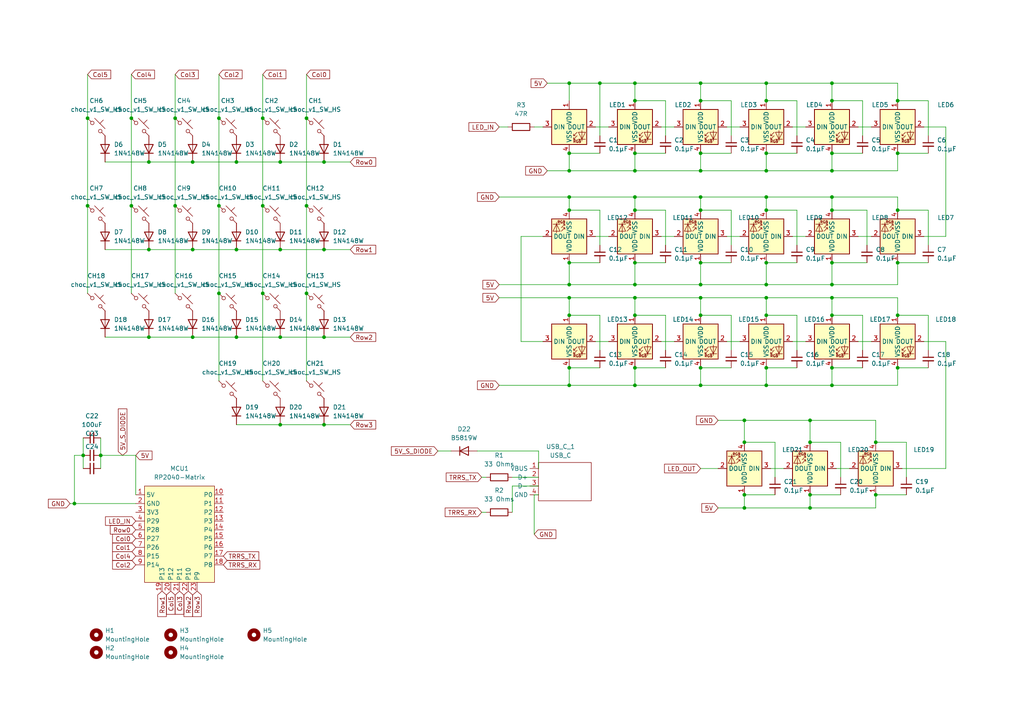
<source format=kicad_sch>
(kicad_sch (version 20250114) (generator "eeschema") (generator_version "9.0")
  (paper "A4")
  (junction (at 88.9 85.09))
  (junction (at 81.28 97.79))
  (junction (at 43.18 97.79))
  (junction (at 184.15 24.13))
  (junction (at 165.1 111.76))
  (junction (at 215.9 121.92))
  (junction (at 173.99 24.13))
  (junction (at 43.18 72.39))
  (junction (at 222.25 106.68))
  (junction (at 43.18 46.99))
  (junction (at 241.3 24.13))
  (junction (at 234.95 147.32))
  (junction (at 184.15 76.2))
  (junction (at 165.1 86.36))
  (junction (at 38.1 59.69))
  (junction (at 241.3 82.55))
  (junction (at 24.13 132.08))
  (junction (at 222.25 76.2))
  (junction (at 260.35 44.45))
  (junction (at 260.35 29.21))
  (junction (at 93.98 97.79))
  (junction (at 222.25 29.21))
  (junction (at 222.25 57.15))
  (junction (at 63.5 59.69))
  (junction (at 165.1 82.55))
  (junction (at 260.35 60.96))
  (junction (at 68.58 72.39))
  (junction (at 203.2 49.53))
  (junction (at 215.9 143.51))
  (junction (at 21.59 146.05))
  (junction (at 165.1 57.15))
  (junction (at 88.9 34.29))
  (junction (at 203.2 106.68))
  (junction (at 203.2 91.44))
  (junction (at 184.15 82.55))
  (junction (at 81.28 46.99))
  (junction (at 222.25 44.45))
  (junction (at 260.35 76.2))
  (junction (at 25.4 34.29))
  (junction (at 165.1 91.44))
  (junction (at 222.25 24.13))
  (junction (at 234.95 143.51))
  (junction (at 68.58 97.79))
  (junction (at 76.2 34.29))
  (junction (at 184.15 111.76))
  (junction (at 222.25 111.76))
  (junction (at 55.88 97.79))
  (junction (at 165.1 44.45))
  (junction (at 241.3 44.45))
  (junction (at 203.2 29.21))
  (junction (at 55.88 46.99))
  (junction (at 203.2 24.13))
  (junction (at 241.3 111.76))
  (junction (at 234.95 128.27))
  (junction (at 241.3 86.36))
  (junction (at 203.2 86.36))
  (junction (at 203.2 60.96))
  (junction (at 93.98 123.19))
  (junction (at 222.25 82.55))
  (junction (at 184.15 86.36))
  (junction (at 81.28 123.19))
  (junction (at 88.9 59.69))
  (junction (at 241.3 29.21))
  (junction (at 68.58 46.99))
  (junction (at 29.21 132.08))
  (junction (at 184.15 60.96))
  (junction (at 203.2 57.15))
  (junction (at 93.98 72.39))
  (junction (at 184.15 106.68))
  (junction (at 222.25 86.36))
  (junction (at 38.1 34.29))
  (junction (at 215.9 147.32))
  (junction (at 260.35 106.68))
  (junction (at 76.2 85.09))
  (junction (at 63.5 85.09))
  (junction (at 215.9 128.27))
  (junction (at 81.28 72.39))
  (junction (at 254 128.27))
  (junction (at 203.2 82.55))
  (junction (at 63.5 34.29))
  (junction (at 241.3 60.96))
  (junction (at 254 143.51))
  (junction (at 234.95 121.92))
  (junction (at 165.1 24.13))
  (junction (at 222.25 60.96))
  (junction (at 241.3 49.53))
  (junction (at 222.25 49.53))
  (junction (at 203.2 44.45))
  (junction (at 25.4 59.69))
  (junction (at 184.15 29.21))
  (junction (at 55.88 72.39))
  (junction (at 165.1 60.96))
  (junction (at 165.1 106.68))
  (junction (at 50.8 34.29))
  (junction (at 241.3 106.68))
  (junction (at 184.15 57.15))
  (junction (at 184.15 49.53))
  (junction (at 203.2 76.2))
  (junction (at 184.15 91.44))
  (junction (at 76.2 59.69))
  (junction (at 184.15 44.45))
  (junction (at 165.1 76.2))
  (junction (at 222.25 91.44))
  (junction (at 260.35 91.44))
  (junction (at 203.2 111.76))
  (junction (at 241.3 57.15))
  (junction (at 241.3 76.2))
  (junction (at 50.8 59.69))
  (junction (at 241.3 91.44))
  (junction (at 165.1 49.53))
  (junction (at 93.98 46.99))
  (wire (pts (xy 93.98 97.79) (xy 101.6 97.79)))
  (wire (pts (xy 173.99 91.44) (xy 173.99 101.6)))
  (wire (pts (xy 38.1 59.69) (xy 38.1 85.09)))
  (wire (pts (xy 267.97 99.06) (xy 274.32 99.06)))
  (wire (pts (xy 191.77 68.58) (xy 195.58 68.58)))
  (wire (pts (xy 203.2 82.55) (xy 222.25 82.55)))
  (wire (pts (xy 254 121.92) (xy 254 128.27)))
  (wire (pts (xy 165.1 24.13) (xy 165.1 29.21)))
  (wire (pts (xy 165.1 24.13) (xy 173.99 24.13)))
  (wire (pts (xy 203.2 44.45) (xy 203.2 49.53)))
  (wire (pts (xy 165.1 82.55) (xy 184.15 82.55)))
  (wire (pts (xy 231.14 60.96) (xy 231.14 71.12)))
  (wire (pts (xy 172.72 36.83) (xy 176.53 36.83)))
  (wire (pts (xy 241.3 44.45) (xy 250.19 44.45)))
  (wire (pts (xy 38.1 34.29) (xy 38.1 59.69)))
  (wire (pts (xy 68.58 97.79) (xy 81.28 97.79)))
  (wire (pts (xy 248.92 36.83) (xy 252.73 36.83)))
  (wire (pts (xy 254 147.32) (xy 254 143.51)))
  (wire (pts (xy 184.15 44.45) (xy 193.04 44.45)))
  (wire (pts (xy 158.75 24.13) (xy 165.1 24.13)))
  (wire (pts (xy 242.57 135.89) (xy 246.38 135.89)))
  (wire (pts (xy 76.2 21.59) (xy 76.2 34.29)))
  (wire (pts (xy 222.25 91.44) (xy 231.14 91.44)))
  (wire (pts (xy 20.32 146.05) (xy 21.59 146.05)))
  (wire (pts (xy 222.25 24.13) (xy 241.3 24.13)))
  (wire (pts (xy 224.79 128.27) (xy 224.79 138.43)))
  (wire (pts (xy 241.3 44.45) (xy 241.3 49.53)))
  (wire (pts (xy 184.15 106.68) (xy 193.04 106.68)))
  (wire (pts (xy 184.15 60.96) (xy 193.04 60.96)))
  (wire (pts (xy 234.95 128.27) (xy 243.84 128.27)))
  (wire (pts (xy 25.4 34.29) (xy 25.4 59.69)))
  (wire (pts (xy 184.15 106.68) (xy 184.15 111.76)))
  (wire (pts (xy 173.99 24.13) (xy 173.99 39.37)))
  (wire (pts (xy 88.9 85.09) (xy 88.9 110.49)))
  (wire (pts (xy 222.25 106.68) (xy 222.25 111.76)))
  (wire (pts (xy 215.9 128.27) (xy 224.79 128.27)))
  (wire (pts (xy 203.2 76.2) (xy 212.09 76.2)))
  (wire (pts (xy 25.4 21.59) (xy 25.4 34.29)))
  (wire (pts (xy 165.1 57.15) (xy 165.1 60.96)))
  (wire (pts (xy 241.3 24.13) (xy 260.35 24.13)))
  (wire (pts (xy 203.2 111.76) (xy 222.25 111.76)))
  (wire (pts (xy 172.72 99.06) (xy 176.53 99.06)))
  (wire (pts (xy 154.94 143.51) (xy 156.21 143.51)))
  (wire (pts (xy 144.78 57.15) (xy 165.1 57.15)))
  (wire (pts (xy 30.48 46.99) (xy 43.18 46.99)))
  (wire (pts (xy 144.78 36.83) (xy 147.32 36.83)))
  (wire (pts (xy 210.82 68.58) (xy 214.63 68.58)))
  (wire (pts (xy 24.13 132.08) (xy 24.13 135.89)))
  (wire (pts (xy 68.58 72.39) (xy 81.28 72.39)))
  (wire (pts (xy 234.95 121.92) (xy 254 121.92)))
  (wire (pts (xy 241.3 57.15) (xy 260.35 57.15)))
  (wire (pts (xy 250.19 29.21) (xy 250.19 39.37)))
  (wire (pts (xy 260.35 106.68) (xy 260.35 111.76)))
  (wire (pts (xy 229.87 36.83) (xy 233.68 36.83)))
  (wire (pts (xy 229.87 68.58) (xy 233.68 68.58)))
  (wire (pts (xy 24.13 132.08) (xy 21.59 132.08)))
  (wire (pts (xy 274.32 99.06) (xy 274.32 135.89)))
  (wire (pts (xy 203.2 106.68) (xy 212.09 106.68)))
  (wire (pts (xy 68.58 123.19) (xy 81.28 123.19)))
  (wire (pts (xy 222.25 49.53) (xy 241.3 49.53)))
  (wire (pts (xy 274.32 36.83) (xy 274.32 68.58)))
  (wire (pts (xy 269.24 60.96) (xy 269.24 71.12)))
  (wire (pts (xy 193.04 60.96) (xy 193.04 71.12)))
  (wire (pts (xy 24.13 127) (xy 24.13 132.08)))
  (wire (pts (xy 165.1 44.45) (xy 165.1 49.53)))
  (wire (pts (xy 191.77 99.06) (xy 195.58 99.06)))
  (wire (pts (xy 203.2 49.53) (xy 222.25 49.53)))
  (wire (pts (xy 241.3 76.2) (xy 251.46 76.2)))
  (wire (pts (xy 260.35 76.2) (xy 269.24 76.2)))
  (wire (pts (xy 254 128.27) (xy 262.89 128.27)))
  (wire (pts (xy 29.21 127) (xy 29.21 132.08)))
  (wire (pts (xy 260.35 86.36) (xy 260.35 91.44)))
  (wire (pts (xy 165.1 60.96) (xy 173.99 60.96)))
  (wire (pts (xy 191.77 36.83) (xy 195.58 36.83)))
  (wire (pts (xy 234.95 121.92) (xy 234.95 128.27)))
  (wire (pts (xy 248.92 68.58) (xy 252.73 68.58)))
  (wire (pts (xy 203.2 44.45) (xy 212.09 44.45)))
  (wire (pts (xy 93.98 46.99) (xy 101.6 46.99)))
  (wire (pts (xy 260.35 24.13) (xy 260.35 29.21)))
  (wire (pts (xy 222.25 76.2) (xy 222.25 82.55)))
  (wire (pts (xy 260.35 91.44) (xy 269.24 91.44)))
  (wire (pts (xy 148.59 138.43) (xy 156.21 138.43)))
  (wire (pts (xy 215.9 121.92) (xy 215.9 128.27)))
  (wire (pts (xy 203.2 60.96) (xy 212.09 60.96)))
  (wire (pts (xy 165.1 86.36) (xy 184.15 86.36)))
  (wire (pts (xy 165.1 106.68) (xy 173.99 106.68)))
  (wire (pts (xy 165.1 76.2) (xy 173.99 76.2)))
  (wire (pts (xy 93.98 123.19) (xy 101.6 123.19)))
  (wire (pts (xy 215.9 143.51) (xy 215.9 147.32)))
  (wire (pts (xy 193.04 91.44) (xy 193.04 101.6)))
  (wire (pts (xy 81.28 97.79) (xy 93.98 97.79)))
  (wire (pts (xy 25.4 59.69) (xy 25.4 85.09)))
  (wire (pts (xy 165.1 49.53) (xy 184.15 49.53)))
  (wire (pts (xy 39.37 143.51) (xy 39.37 132.08)))
  (wire (pts (xy 63.5 34.29) (xy 63.5 59.69)))
  (wire (pts (xy 241.3 76.2) (xy 241.3 82.55)))
  (wire (pts (xy 203.2 135.89) (xy 208.28 135.89)))
  (wire (pts (xy 55.88 97.79) (xy 68.58 97.79)))
  (wire (pts (xy 260.35 106.68) (xy 269.24 106.68)))
  (wire (pts (xy 88.9 21.59) (xy 88.9 34.29)))
  (wire (pts (xy 269.24 29.21) (xy 269.24 39.37)))
  (wire (pts (xy 165.1 86.36) (xy 165.1 91.44)))
  (wire (pts (xy 63.5 59.69) (xy 63.5 85.09)))
  (wire (pts (xy 262.89 128.27) (xy 262.89 138.43)))
  (wire (pts (xy 208.28 121.92) (xy 215.9 121.92)))
  (wire (pts (xy 222.25 86.36) (xy 222.25 91.44)))
  (wire (pts (xy 184.15 29.21) (xy 193.04 29.21)))
  (wire (pts (xy 223.52 135.89) (xy 227.33 135.89)))
  (wire (pts (xy 222.25 106.68) (xy 231.14 106.68)))
  (wire (pts (xy 93.98 72.39) (xy 101.6 72.39)))
  (wire (pts (xy 165.1 76.2) (xy 165.1 82.55)))
  (wire (pts (xy 154.94 154.94) (xy 154.94 143.51)))
  (wire (pts (xy 158.75 49.53) (xy 165.1 49.53)))
  (wire (pts (xy 193.04 29.21) (xy 193.04 39.37)))
  (wire (pts (xy 203.2 91.44) (xy 212.09 91.44)))
  (wire (pts (xy 210.82 36.83) (xy 214.63 36.83)))
  (wire (pts (xy 250.19 91.44) (xy 250.19 101.6)))
  (wire (pts (xy 260.35 57.15) (xy 260.35 60.96)))
  (wire (pts (xy 138.43 130.81) (xy 156.21 130.81)))
  (wire (pts (xy 222.25 57.15) (xy 241.3 57.15)))
  (wire (pts (xy 184.15 24.13) (xy 184.15 29.21)))
  (wire (pts (xy 203.2 57.15) (xy 203.2 60.96)))
  (wire (pts (xy 234.95 143.51) (xy 243.84 143.51)))
  (wire (pts (xy 81.28 46.99) (xy 93.98 46.99)))
  (wire (pts (xy 212.09 60.96) (xy 212.09 71.12)))
  (wire (pts (xy 21.59 132.08) (xy 21.59 146.05)))
  (wire (pts (xy 144.78 82.55) (xy 165.1 82.55)))
  (wire (pts (xy 144.78 111.76) (xy 165.1 111.76)))
  (wire (pts (xy 173.99 24.13) (xy 184.15 24.13)))
  (wire (pts (xy 76.2 85.09) (xy 76.2 110.49)))
  (wire (pts (xy 222.25 60.96) (xy 231.14 60.96)))
  (wire (pts (xy 222.25 29.21) (xy 231.14 29.21)))
  (wire (pts (xy 68.58 46.99) (xy 81.28 46.99)))
  (wire (pts (xy 248.92 99.06) (xy 252.73 99.06)))
  (wire (pts (xy 21.59 146.05) (xy 39.37 146.05)))
  (wire (pts (xy 184.15 76.2) (xy 193.04 76.2)))
  (wire (pts (xy 184.15 24.13) (xy 203.2 24.13)))
  (wire (pts (xy 156.21 140.97) (xy 148.59 140.97)))
  (wire (pts (xy 208.28 147.32) (xy 215.9 147.32)))
  (wire (pts (xy 241.3 82.55) (xy 260.35 82.55)))
  (wire (pts (xy 50.8 21.59) (xy 50.8 34.29)))
  (wire (pts (xy 165.1 111.76) (xy 184.15 111.76)))
  (wire (pts (xy 260.35 44.45) (xy 260.35 49.53)))
  (wire (pts (xy 241.3 86.36) (xy 241.3 91.44)))
  (wire (pts (xy 127 130.81) (xy 130.81 130.81)))
  (wire (pts (xy 269.24 91.44) (xy 269.24 101.6)))
  (wire (pts (xy 144.78 86.36) (xy 165.1 86.36)))
  (wire (pts (xy 38.1 21.59) (xy 38.1 34.29)))
  (wire (pts (xy 222.25 86.36) (xy 241.3 86.36)))
  (wire (pts (xy 203.2 24.13) (xy 203.2 29.21)))
  (wire (pts (xy 184.15 44.45) (xy 184.15 49.53)))
  (wire (pts (xy 241.3 60.96) (xy 251.46 60.96)))
  (wire (pts (xy 184.15 76.2) (xy 184.15 82.55)))
  (wire (pts (xy 203.2 29.21) (xy 212.09 29.21)))
  (wire (pts (xy 156.21 130.81) (xy 156.21 135.89)))
  (wire (pts (xy 241.3 57.15) (xy 241.3 60.96)))
  (wire (pts (xy 222.25 44.45) (xy 231.14 44.45)))
  (wire (pts (xy 203.2 76.2) (xy 203.2 82.55)))
  (wire (pts (xy 184.15 57.15) (xy 184.15 60.96)))
  (wire (pts (xy 241.3 106.68) (xy 241.3 111.76)))
  (wire (pts (xy 165.1 106.68) (xy 165.1 111.76)))
  (wire (pts (xy 184.15 86.36) (xy 203.2 86.36)))
  (wire (pts (xy 81.28 72.39) (xy 93.98 72.39)))
  (wire (pts (xy 260.35 44.45) (xy 269.24 44.45)))
  (wire (pts (xy 184.15 91.44) (xy 193.04 91.44)))
  (wire (pts (xy 151.13 68.58) (xy 151.13 99.06)))
  (wire (pts (xy 222.25 82.55) (xy 241.3 82.55)))
  (wire (pts (xy 203.2 57.15) (xy 222.25 57.15)))
  (wire (pts (xy 222.25 29.21) (xy 222.25 24.13)))
  (wire (pts (xy 30.48 72.39) (xy 43.18 72.39)))
  (wire (pts (xy 151.13 99.06) (xy 157.48 99.06)))
  (wire (pts (xy 212.09 91.44) (xy 212.09 101.6)))
  (wire (pts (xy 215.9 143.51) (xy 224.79 143.51)))
  (wire (pts (xy 222.25 44.45) (xy 222.25 49.53)))
  (wire (pts (xy 231.14 91.44) (xy 231.14 101.6)))
  (wire (pts (xy 63.5 85.09) (xy 63.5 110.49)))
  (wire (pts (xy 261.62 135.89) (xy 274.32 135.89)))
  (wire (pts (xy 234.95 147.32) (xy 254 147.32)))
  (wire (pts (xy 222.25 57.15) (xy 222.25 60.96)))
  (wire (pts (xy 241.3 24.13) (xy 241.3 29.21)))
  (wire (pts (xy 173.99 60.96) (xy 173.99 71.12)))
  (wire (pts (xy 139.7 138.43) (xy 140.97 138.43)))
  (wire (pts (xy 157.48 68.58) (xy 151.13 68.58)))
  (wire (pts (xy 154.94 36.83) (xy 157.48 36.83)))
  (wire (pts (xy 76.2 59.69) (xy 76.2 85.09)))
  (wire (pts (xy 241.3 86.36) (xy 260.35 86.36)))
  (wire (pts (xy 215.9 121.92) (xy 234.95 121.92)))
  (wire (pts (xy 184.15 49.53) (xy 203.2 49.53)))
  (wire (pts (xy 241.3 106.68) (xy 250.19 106.68)))
  (wire (pts (xy 88.9 59.69) (xy 88.9 85.09)))
  (wire (pts (xy 260.35 60.96) (xy 269.24 60.96)))
  (wire (pts (xy 254 143.51) (xy 262.89 143.51)))
  (wire (pts (xy 184.15 86.36) (xy 184.15 91.44)))
  (wire (pts (xy 241.3 111.76) (xy 260.35 111.76)))
  (wire (pts (xy 165.1 57.15) (xy 184.15 57.15)))
  (wire (pts (xy 55.88 46.99) (xy 68.58 46.99)))
  (wire (pts (xy 43.18 46.99) (xy 55.88 46.99)))
  (wire (pts (xy 184.15 111.76) (xy 203.2 111.76)))
  (wire (pts (xy 184.15 82.55) (xy 203.2 82.55)))
  (wire (pts (xy 55.88 72.39) (xy 68.58 72.39)))
  (wire (pts (xy 172.72 68.58) (xy 176.53 68.58)))
  (wire (pts (xy 43.18 72.39) (xy 55.88 72.39)))
  (wire (pts (xy 231.14 29.21) (xy 231.14 39.37)))
  (wire (pts (xy 184.15 57.15) (xy 203.2 57.15)))
  (wire (pts (xy 241.3 91.44) (xy 250.19 91.44)))
  (wire (pts (xy 241.3 49.53) (xy 260.35 49.53)))
  (wire (pts (xy 203.2 86.36) (xy 203.2 91.44)))
  (wire (pts (xy 88.9 34.29) (xy 88.9 59.69)))
  (wire (pts (xy 148.59 140.97) (xy 148.59 148.59)))
  (wire (pts (xy 222.25 111.76) (xy 241.3 111.76)))
  (wire (pts (xy 81.28 123.19) (xy 93.98 123.19)))
  (wire (pts (xy 63.5 21.59) (xy 63.5 34.29)))
  (wire (pts (xy 165.1 91.44) (xy 173.99 91.44)))
  (wire (pts (xy 215.9 147.32) (xy 234.95 147.32)))
  (wire (pts (xy 30.48 97.79) (xy 43.18 97.79)))
  (wire (pts (xy 260.35 29.21) (xy 269.24 29.21)))
  (wire (pts (xy 234.95 143.51) (xy 234.95 147.32)))
  (wire (pts (xy 139.7 148.59) (xy 140.97 148.59)))
  (wire (pts (xy 210.82 99.06) (xy 214.63 99.06)))
  (wire (pts (xy 165.1 44.45) (xy 173.99 44.45)))
  (wire (pts (xy 203.2 106.68) (xy 203.2 111.76)))
  (wire (pts (xy 267.97 36.83) (xy 274.32 36.83)))
  (wire (pts (xy 243.84 128.27) (xy 243.84 138.43)))
  (wire (pts (xy 29.21 132.08) (xy 39.37 132.08)))
  (wire (pts (xy 203.2 86.36) (xy 222.25 86.36)))
  (wire (pts (xy 260.35 82.55) (xy 260.35 76.2)))
  (wire (pts (xy 251.46 60.96) (xy 251.46 71.12)))
  (wire (pts (xy 203.2 24.13) (xy 222.25 24.13)))
  (wire (pts (xy 43.18 97.79) (xy 55.88 97.79)))
  (wire (pts (xy 50.8 34.29) (xy 50.8 59.69)))
  (wire (pts (xy 229.87 99.06) (xy 233.68 99.06)))
  (wire (pts (xy 29.21 132.08) (xy 29.21 135.89)))
  (wire (pts (xy 76.2 34.29) (xy 76.2 59.69)))
  (wire (pts (xy 212.09 29.21) (xy 212.09 39.37)))
  (wire (pts (xy 50.8 59.69) (xy 50.8 85.09)))
  (wire (pts (xy 274.32 68.58) (xy 267.97 68.58)))
  (wire (pts (xy 241.3 29.21) (xy 250.19 29.21)))
  (wire (pts (xy 222.25 76.2) (xy 231.14 76.2)))
  (global_label "TRRS_RX" (shape input) (at 139.7 148.59 180) (property "Intersheetrefs" "${INTERSHEET_REFS}" (effects (hide yes))))
  (global_label "LED_OUT" (shape input) (at 203.2 135.89 180) (property "Intersheetrefs" "${INTERSHEET_REFS}" (effects (hide yes))))
  (global_label "GND" (shape input) (at 158.75 49.53 180) (property "Intersheetrefs" "${INTERSHEET_REFS}" (effects (hide yes))))
  (global_label "Row0" (shape input) (at 39.37 153.67 180) (property "Intersheetrefs" "${INTERSHEET_REFS}" (effects (hide yes))))
  (global_label "5V" (shape input) (at 208.28 147.32 180) (property "Intersheetrefs" "${INTERSHEET_REFS}" (effects (hide yes))))
  (global_label "5V" (shape input) (at 144.78 86.36 180) (property "Intersheetrefs" "${INTERSHEET_REFS}" (effects (hide yes))))
  (global_label "LED_IN" (shape input) (at 39.37 151.13 180) (property "Intersheetrefs" "${INTERSHEET_REFS}" (effects (hide yes))))
  (global_label "Col1" (shape input) (at 39.37 158.75 180) (property "Intersheetrefs" "${INTERSHEET_REFS}" (effects (hide yes))))
  (global_label "GND" (shape input) (at 144.78 57.15 180) (property "Intersheetrefs" "${INTERSHEET_REFS}" (effects (hide yes))))
  (global_label "Col0" (shape input) (at 88.9 21.59 0) (property "Intersheetrefs" "${INTERSHEET_REFS}" (effects (hide yes))))
  (global_label "Col4" (shape input) (at 39.37 161.29 180) (property "Intersheetrefs" "${INTERSHEET_REFS}" (effects (hide yes))))
  (global_label "Col2" (shape input) (at 63.5 21.59 0) (property "Intersheetrefs" "${INTERSHEET_REFS}" (effects (hide yes))))
  (global_label "Col1" (shape input) (at 76.2 21.59 0) (property "Intersheetrefs" "${INTERSHEET_REFS}" (effects (hide yes))))
  (global_label "Row2" (shape input) (at 54.61 171.45 270) (property "Intersheetrefs" "${INTERSHEET_REFS}" (effects (hide yes))))
  (global_label "Col2" (shape input) (at 39.37 163.83 180) (property "Intersheetrefs" "${INTERSHEET_REFS}" (effects (hide yes))))
  (global_label "TRRS_TX" (shape input) (at 64.77 161.29 0) (property "Intersheetrefs" "${INTERSHEET_REFS}" (effects (hide yes))))
  (global_label "Col4" (shape input) (at 38.1 21.59 0) (property "Intersheetrefs" "${INTERSHEET_REFS}" (effects (hide yes))))
  (global_label "Col0" (shape input) (at 39.37 156.21 180) (property "Intersheetrefs" "${INTERSHEET_REFS}" (effects (hide yes))))
  (global_label "5V" (shape input) (at 158.75 24.13 180) (property "Intersheetrefs" "${INTERSHEET_REFS}" (effects (hide yes))))
  (global_label "GND" (shape input) (at 154.94 154.94 0) (property "Intersheetrefs" "${INTERSHEET_REFS}" (effects (hide yes))))
  (global_label "TRRS_RX" (shape input) (at 64.77 163.83 0) (property "Intersheetrefs" "${INTERSHEET_REFS}" (effects (hide yes))))
  (global_label "5V_S_DIODE" (shape input) (at 35.56 132.08 90) (property "Intersheetrefs" "${INTERSHEET_REFS}" (effects (hide yes))))
  (global_label "5V" (shape input) (at 144.78 82.55 180) (property "Intersheetrefs" "${INTERSHEET_REFS}" (effects (hide yes))))
  (global_label "GND" (shape input) (at 208.28 121.92 180) (property "Intersheetrefs" "${INTERSHEET_REFS}" (effects (hide yes))))
  (global_label "Row3" (shape input) (at 57.15 171.45 270) (property "Intersheetrefs" "${INTERSHEET_REFS}" (effects (hide yes))))
  (global_label "GND" (shape input) (at 144.78 111.76 180) (property "Intersheetrefs" "${INTERSHEET_REFS}" (effects (hide yes))))
  (global_label "5V_S_DIODE" (shape input) (at 127 130.81 180) (property "Intersheetrefs" "${INTERSHEET_REFS}" (effects (hide yes))))
  (global_label "GND" (shape input) (at 20.32 146.05 180) (property "Intersheetrefs" "${INTERSHEET_REFS}" (effects (hide yes))))
  (global_label "Col3" (shape input) (at 50.8 21.59 0) (property "Intersheetrefs" "${INTERSHEET_REFS}" (effects (hide yes))))
  (global_label "Col3" (shape input) (at 52.07 171.45 270) (property "Intersheetrefs" "${INTERSHEET_REFS}" (effects (hide yes))))
  (global_label "LED_IN" (shape input) (at 144.78 36.83 180) (property "Intersheetrefs" "${INTERSHEET_REFS}" (effects (hide yes))))
  (global_label "Row1" (shape input) (at 101.6 72.39 0) (property "Intersheetrefs" "${INTERSHEET_REFS}" (effects (hide yes))))
  (global_label "Col5" (shape input) (at 49.53 171.45 270) (property "Intersheetrefs" "${INTERSHEET_REFS}" (effects (hide yes))))
  (global_label "Row1" (shape input) (at 46.99 171.45 270) (property "Intersheetrefs" "${INTERSHEET_REFS}" (effects (hide yes))))
  (global_label "TRRS_TX" (shape input) (at 139.7 138.43 180) (property "Intersheetrefs" "${INTERSHEET_REFS}" (effects (hide yes))))
  (global_label "Row0" (shape input) (at 101.6 46.99 0) (property "Intersheetrefs" "${INTERSHEET_REFS}" (effects (hide yes))))
  (global_label "5V" (shape input) (at 39.37 132.08 0) (property "Intersheetrefs" "${INTERSHEET_REFS}" (effects (hide yes))))
  (global_label "Col5" (shape input) (at 25.4 21.59 0) (property "Intersheetrefs" "${INTERSHEET_REFS}" (effects (hide yes))))
  (global_label "Row2" (shape input) (at 101.6 97.79 0) (property "Intersheetrefs" "${INTERSHEET_REFS}" (effects (hide yes))))
  (global_label "Row3" (shape input) (at 101.6 123.19 0) (property "Intersheetrefs" "${INTERSHEET_REFS}" (effects (hide yes))))
  (symbol (lib_id "Diode:1N4148W") (at 81.28 68.58 90) (unit 1)
    (property "Reference" "D11" (at 83.82 67.3099 90) (effects (justify right)))
    (property "Value" "1N4148W" (at 83.82 69.8499 90) (effects (justify right)))
    (property "Footprint" "Diode_SMD:D_SOD-123" (effects (hide yes)))
    (property "Datasheet" "https://www.vishay.com/docs/85748/1n4148w.pdf" (effects (hide yes)))
    (property "Description" "75V 0.15A Fast Switching Diode, SOD-123" (effects (hide yes)))
    (property "Sim.Device" "D" (effects (hide yes)))
    (property "Sim.Pins" "1=K 2=A" (effects (hide yes)))
  )
  (symbol (lib_id "PCM_marbastlib-choc:choc_v1_SW_HS_CPG135001S30") (at 78.74 36.83 0) (unit 1)
    (property "Reference" "CH2" (at 78.74 29.21 0))
    (property "Value" "choc_v1_SW_HS" (at 78.74 31.75 0))
    (property "Footprint" "PCM_marbastlib-choc:SW_choc_v1_HS_CPG135001S30_1u" (effects (hide yes)))
    (property "Description" "Push button switch, normally open, two pins, 45° tilted" (effects (hide yes)))
  )
  (symbol (lib_id "Mechanical:MountingHole") (at 73.66 184.15 0) (unit 1) (in_bom no)
    (property "Reference" "H5" (at 76.2 182.8799 0) (effects (justify left)))
    (property "Value" "MountingHole" (at 76.2 185.4199 0) (effects (justify left)))
    (property "Footprint" "MountingHole:MountingHole_2.2mm_M2" (effects (hide yes)))
    (property "Description" "Mounting Hole without connection" (effects (hide yes)))
  )
  (symbol (lib_id "PCM_marbastlib-choc:choc_v1_SW_HS_CPG135001S30") (at 78.74 87.63 0) (unit 1)
    (property "Reference" "CH14" (at 78.74 80.01 0))
    (property "Value" "choc_v1_SW_HS" (at 78.74 82.55 0))
    (property "Footprint" "PCM_marbastlib-choc:SW_choc_v1_HS_CPG135001S30_1u" (effects (hide yes)))
    (property "Description" "Push button switch, normally open, two pins, 45° tilted" (effects (hide yes)))
  )
  (symbol (lib_id "PCM_marbastlib-various:SK6812MINI-E") (at 165.1 36.83 0) (unit 1)
    (property "Reference" "LED1" (at 179.07 30.4098 0))
    (property "Value" "SK6812MINI-E" (effects (hide yes)))
    (property "Footprint" "PCM_marbastlib-various:LED_6028R" (effects (hide yes)))
    (property "Description" "Reverse mount adressable LED (WS2812 protocol)" (effects (hide yes)))
  )
  (symbol (lib_id "Diode:1N4148W") (at 93.98 68.58 90) (unit 1)
    (property "Reference" "D12" (at 96.52 67.3099 90) (effects (justify right)))
    (property "Value" "1N4148W" (at 96.52 69.8499 90) (effects (justify right)))
    (property "Footprint" "Diode_SMD:D_SOD-123" (effects (hide yes)))
    (property "Datasheet" "https://www.vishay.com/docs/85748/1n4148w.pdf" (effects (hide yes)))
    (property "Description" "75V 0.15A Fast Switching Diode, SOD-123" (effects (hide yes)))
    (property "Sim.Device" "D" (effects (hide yes)))
    (property "Sim.Pins" "1=K 2=A" (effects (hide yes)))
  )
  (symbol (lib_id "Device:C_Small") (at 250.19 41.91 0) (unit 1)
    (property "Reference" "C5" (at 252.73 40.6462 0) (effects (justify left)))
    (property "Value" "0.1µF" (at 252.73 43.1862 0) (effects (justify left)))
    (property "Footprint" "Capacitor_SMD:C_1206_3216Metric" (effects (hide yes)))
    (property "Description" "Unpolarized capacitor, small symbol" (effects (hide yes)))
  )
  (symbol (lib_id "Device:C_Small") (at 269.24 73.66 0) (unit 1)
    (property "Reference" "C7" (at 271.78 72.3962 0) (effects (justify left)))
    (property "Value" "0.1µF" (at 271.78 74.9362 0) (effects (justify left)))
    (property "Footprint" "Capacitor_SMD:C_1206_3216Metric" (effects (hide yes)))
    (property "Description" "Unpolarized capacitor, small symbol" (effects (hide yes)))
  )
  (symbol (lib_id "PCM_marbastlib-choc:choc_v1_SW_HS_CPG135001S30") (at 66.04 87.63 0) (unit 1)
    (property "Reference" "CH15" (at 66.04 80.01 0))
    (property "Value" "choc_v1_SW_HS" (at 66.04 82.55 0))
    (property "Footprint" "PCM_marbastlib-choc:SW_choc_v1_HS_CPG135001S30_1u" (effects (hide yes)))
    (property "Description" "Push button switch, normally open, two pins, 45° tilted" (effects (hide yes)))
  )
  (symbol (lib_id "PCM_marbastlib-promicroish:RP2040-Matrix") (at 52.07 157.48 0) (unit 1) (in_bom no)
    (property "Reference" "MCU1" (at 52.07 135.89 0))
    (property "Value" "RP2040-Matrix" (at 52.07 138.43 0))
    (property "Footprint" "PCM_marbastlib-xp-promicroish:RP2040-Matrix_ACH" (effects (hide yes)))
    (property "Datasheet" "https://www.waveshare.com/rp2040-matrix.htm" (effects (hide yes)))
    (property "Description" "Symbol for a Waveshare RP2040-Matrix" (effects (hide yes)))
  )
  (symbol (lib_id "PCM_marbastlib-choc:choc_v1_SW_HS_CPG135001S30") (at 66.04 113.03 0) (unit 1)
    (property "Reference" "CH19" (at 66.04 105.41 0))
    (property "Value" "choc_v1_SW_HS" (at 66.04 107.95 0))
    (property "Footprint" "PCM_marbastlib-choc:SW_choc_v1_HS_CPG135001S30_1u" (effects (hide yes)))
    (property "Description" "Push button switch, normally open, two pins, 45° tilted" (effects (hide yes)))
  )
  (symbol (lib_id "Device:C_Small") (at 231.14 73.66 0) (unit 1)
    (property "Reference" "C9" (at 233.68 72.3962 0) (effects (justify left)))
    (property "Value" "0.1µF" (at 233.68 74.9362 0) (effects (justify left)))
    (property "Footprint" "Capacitor_SMD:C_1206_3216Metric" (effects (hide yes)))
    (property "Description" "Unpolarized capacitor, small symbol" (effects (hide yes)))
  )
  (symbol (lib_id "PCM_marbastlib-choc:choc_v1_SW_HS_CPG135001S30") (at 27.94 62.23 0) (unit 1)
    (property "Reference" "CH7" (at 27.94 54.61 0))
    (property "Value" "choc_v1_SW_HS" (at 27.94 57.15 0))
    (property "Footprint" "PCM_marbastlib-choc:SW_choc_v1_HS_CPG135001S30_1u" (effects (hide yes)))
    (property "Description" "Push button switch, normally open, two pins, 45° tilted" (effects (hide yes)))
  )
  (symbol (lib_id "Device:C_Small") (at 26.67 132.08 90) (unit 1)
    (property "Reference" "C23" (at 26.6763 125.73 90))
    (property "Value" "100uF" (effects (hide yes)))
    (property "Footprint" "Capacitor_SMD:C_1210_3225Metric_Pad1.33x2.70mm_HandSolder" (effects (hide yes)))
    (property "Description" "Unpolarized capacitor, small symbol" (effects (hide yes)))
  )
  (symbol (lib_id "PCM_marbastlib-various:SK6812MINI-E") (at 215.9 135.89 180) (unit 1)
    (property "Reference" "LED21" (at 229.87 130.4446 0))
    (property "Value" "SK6812MINI-E" (effects (hide yes)))
    (property "Footprint" "PCM_marbastlib-various:LED_6028R" (effects (hide yes)))
    (property "Description" "Reverse mount adressable LED (WS2812 protocol)" (effects (hide yes)))
  )
  (symbol (lib_id "PCM_marbastlib-various:SK6812MINI-E") (at 260.35 68.58 180) (unit 1)
    (property "Reference" "LED7" (at 274.32 63.1346 0))
    (property "Value" "SK6812MINI-E" (effects (hide yes)))
    (property "Footprint" "PCM_marbastlib-various:LED_6028R" (effects (hide yes)))
    (property "Description" "Reverse mount adressable LED (WS2812 protocol)" (effects (hide yes)))
  )
  (symbol (lib_id "PCM_marbastlib-various:SK6812MINI-E") (at 241.3 68.58 180) (unit 1)
    (property "Reference" "LED8" (at 255.27 63.1346 0))
    (property "Value" "SK6812MINI-E" (effects (hide yes)))
    (property "Footprint" "PCM_marbastlib-various:LED_6028R" (effects (hide yes)))
    (property "Description" "Reverse mount adressable LED (WS2812 protocol)" (effects (hide yes)))
  )
  (symbol (lib_id "Device:C_Small") (at 212.09 73.66 0) (unit 1)
    (property "Reference" "C10" (at 214.63 72.3962 0) (effects (justify left)))
    (property "Value" "0.1µF" (at 214.63 74.9362 0) (effects (justify left)))
    (property "Footprint" "Capacitor_SMD:C_1206_3216Metric" (effects (hide yes)))
    (property "Description" "Unpolarized capacitor, small symbol" (effects (hide yes)))
  )
  (symbol (lib_id "PCM_marbastlib-various:SK6812MINI-E") (at 184.15 99.06 0) (unit 1)
    (property "Reference" "LED14" (at 198.12 92.6398 0))
    (property "Value" "SK6812MINI-E" (effects (hide yes)))
    (property "Footprint" "PCM_marbastlib-various:LED_6028R" (effects (hide yes)))
    (property "Description" "Reverse mount adressable LED (WS2812 protocol)" (effects (hide yes)))
  )
  (symbol (lib_id "Diode:1N4148W") (at 81.28 93.98 90) (unit 1)
    (property "Reference" "D14" (at 83.82 92.7099 90) (effects (justify right)))
    (property "Value" "1N4148W" (at 83.82 95.2499 90) (effects (justify right)))
    (property "Footprint" "Diode_SMD:D_SOD-123" (effects (hide yes)))
    (property "Datasheet" "https://www.vishay.com/docs/85748/1n4148w.pdf" (effects (hide yes)))
    (property "Description" "75V 0.15A Fast Switching Diode, SOD-123" (effects (hide yes)))
    (property "Sim.Device" "D" (effects (hide yes)))
    (property "Sim.Pins" "1=K 2=A" (effects (hide yes)))
  )
  (symbol (lib_id "PCM_marbastlib-various:SK6812MINI-E") (at 222.25 99.06 0) (unit 1)
    (property "Reference" "LED16" (at 236.22 92.6398 0))
    (property "Value" "SK6812MINI-E" (effects (hide yes)))
    (property "Footprint" "PCM_marbastlib-various:LED_6028R" (effects (hide yes)))
    (property "Description" "Reverse mount adressable LED (WS2812 protocol)" (effects (hide yes)))
  )
  (symbol (lib_id "Diode:1N4148W") (at 81.28 119.38 90) (unit 1)
    (property "Reference" "D20" (at 83.82 118.1099 90) (effects (justify right)))
    (property "Value" "1N4148W" (at 83.82 120.6499 90) (effects (justify right)))
    (property "Footprint" "Diode_SMD:D_SOD-123" (effects (hide yes)))
    (property "Datasheet" "https://www.vishay.com/docs/85748/1n4148w.pdf" (effects (hide yes)))
    (property "Description" "75V 0.15A Fast Switching Diode, SOD-123" (effects (hide yes)))
    (property "Sim.Device" "D" (effects (hide yes)))
    (property "Sim.Pins" "1=K 2=A" (effects (hide yes)))
  )
  (symbol (lib_id "Device:R") (at 151.13 36.83 90) (unit 1)
    (property "Reference" "R3" (at 151.13 30.48 90))
    (property "Value" "47R" (at 151.13 33.02 90))
    (property "Footprint" "Resistor_SMD:R_1206_3216Metric_Pad1.30x1.75mm_HandSolder" (effects (hide yes)))
    (property "Description" "Resistor" (effects (hide yes)))
  )
  (symbol (lib_id "PCM_marbastlib-various:SK6812MINI-E") (at 241.3 99.06 0) (unit 1)
    (property "Reference" "LED17" (at 255.27 92.6398 0))
    (property "Value" "SK6812MINI-E" (effects (hide yes)))
    (property "Footprint" "PCM_marbastlib-various:LED_6028R" (effects (hide yes)))
    (property "Description" "Reverse mount adressable LED (WS2812 protocol)" (effects (hide yes)))
  )
  (symbol (lib_id "Diode:1N4148W") (at 93.98 93.98 90) (unit 1)
    (property "Reference" "D13" (at 96.52 92.7099 90) (effects (justify right)))
    (property "Value" "1N4148W" (at 96.52 95.2499 90) (effects (justify right)))
    (property "Footprint" "Diode_SMD:D_SOD-123" (effects (hide yes)))
    (property "Datasheet" "https://www.vishay.com/docs/85748/1n4148w.pdf" (effects (hide yes)))
    (property "Description" "75V 0.15A Fast Switching Diode, SOD-123" (effects (hide yes)))
    (property "Sim.Device" "D" (effects (hide yes)))
    (property "Sim.Pins" "1=K 2=A" (effects (hide yes)))
  )
  (symbol (lib_id "PCM_marbastlib-various:SK6812MINI-E") (at 241.3 36.83 0) (unit 1)
    (property "Reference" "LED5" (at 255.27 30.4098 0))
    (property "Value" "SK6812MINI-E" (effects (hide yes)))
    (property "Footprint" "PCM_marbastlib-various:LED_6028R" (effects (hide yes)))
    (property "Description" "Reverse mount adressable LED (WS2812 protocol)" (effects (hide yes)))
  )
  (symbol (lib_id "Device:C_Small") (at 250.19 104.14 0) (unit 1)
    (property "Reference" "C17" (at 252.73 102.8762 0) (effects (justify left)))
    (property "Value" "0.1µF" (at 252.73 105.4162 0) (effects (justify left)))
    (property "Footprint" "Capacitor_SMD:C_1206_3216Metric" (effects (hide yes)))
    (property "Description" "Unpolarized capacitor, small symbol" (effects (hide yes)))
  )
  (symbol (lib_id "Diode:1N4148W") (at 30.48 93.98 90) (unit 1)
    (property "Reference" "D18" (at 33.02 92.7099 90) (effects (justify right)))
    (property "Value" "1N4148W" (at 33.02 95.2499 90) (effects (justify right)))
    (property "Footprint" "Diode_SMD:D_SOD-123" (effects (hide yes)))
    (property "Datasheet" "https://www.vishay.com/docs/85748/1n4148w.pdf" (effects (hide yes)))
    (property "Description" "75V 0.15A Fast Switching Diode, SOD-123" (effects (hide yes)))
    (property "Sim.Device" "D" (effects (hide yes)))
    (property "Sim.Pins" "1=K 2=A" (effects (hide yes)))
  )
  (symbol (lib_id "type_c_breakout:USB_C") (at 163.83 139.7 0) (unit 1)
    (property "Reference" "USB_C_1" (at 162.5798 129.54 0))
    (property "Value" "USB_C" (at 162.5798 132.08 0))
    (property "Footprint" "ucb_c_breakout:usb_c" (effects (hide yes)))
  )
  (symbol (lib_id "Diode:1N4148W") (at 55.88 93.98 90) (unit 1)
    (property "Reference" "D16" (at 58.42 92.7099 90) (effects (justify right)))
    (property "Value" "1N4148W" (at 58.42 95.2499 90) (effects (justify right)))
    (property "Footprint" "Diode_SMD:D_SOD-123" (effects (hide yes)))
    (property "Datasheet" "https://www.vishay.com/docs/85748/1n4148w.pdf" (effects (hide yes)))
    (property "Description" "75V 0.15A Fast Switching Diode, SOD-123" (effects (hide yes)))
    (property "Sim.Device" "D" (effects (hide yes)))
    (property "Sim.Pins" "1=K 2=A" (effects (hide yes)))
  )
  (symbol (lib_id "Device:C_Small") (at 269.24 104.14 0) (unit 1)
    (property "Reference" "C18" (at 271.78 102.8762 0) (effects (justify left)))
    (property "Value" "0.1µF" (at 271.78 105.4162 0) (effects (justify left)))
    (property "Footprint" "Capacitor_SMD:C_1206_3216Metric" (effects (hide yes)))
    (property "Description" "Unpolarized capacitor, small symbol" (effects (hide yes)))
  )
  (symbol (lib_id "Device:C_Small") (at 212.09 41.91 0) (unit 1)
    (property "Reference" "C3" (at 214.63 40.6462 0) (effects (justify left)))
    (property "Value" "0.1µF" (at 214.63 43.1862 0) (effects (justify left)))
    (property "Footprint" "Capacitor_SMD:C_1206_3216Metric" (effects (hide yes)))
    (property "Description" "Unpolarized capacitor, small symbol" (effects (hide yes)))
  )
  (symbol (lib_id "PCM_marbastlib-choc:choc_v1_SW_HS_CPG135001S30") (at 40.64 36.83 0) (unit 1)
    (property "Reference" "CH5" (at 40.64 29.21 0))
    (property "Value" "choc_v1_SW_HS" (at 40.64 31.75 0))
    (property "Footprint" "PCM_marbastlib-choc:SW_choc_v1_HS_CPG135001S30_1u" (effects (hide yes)))
    (property "Description" "Push button switch, normally open, two pins, 45° tilted" (effects (hide yes)))
  )
  (symbol (lib_id "Diode:1N4148W") (at 43.18 43.18 90) (unit 1)
    (property "Reference" "D5" (at 45.72 41.9099 90) (effects (justify right)))
    (property "Value" "1N4148W" (at 45.72 44.4499 90) (effects (justify right)))
    (property "Footprint" "Diode_SMD:D_SOD-123" (effects (hide yes)))
    (property "Datasheet" "https://www.vishay.com/docs/85748/1n4148w.pdf" (effects (hide yes)))
    (property "Description" "75V 0.15A Fast Switching Diode, SOD-123" (effects (hide yes)))
    (property "Sim.Device" "D" (effects (hide yes)))
    (property "Sim.Pins" "1=K 2=A" (effects (hide yes)))
  )
  (symbol (lib_id "PCM_marbastlib-various:SK6812MINI-E") (at 203.2 68.58 180) (unit 1)
    (property "Reference" "LED10" (at 217.17 63.1346 0))
    (property "Value" "SK6812MINI-E" (effects (hide yes)))
    (property "Footprint" "PCM_marbastlib-various:LED_6028R" (effects (hide yes)))
    (property "Description" "Reverse mount adressable LED (WS2812 protocol)" (effects (hide yes)))
  )
  (symbol (lib_id "PCM_marbastlib-various:SK6812MINI-E") (at 260.35 36.83 0) (unit 1)
    (property "Reference" "LED6" (at 274.32 30.4098 0))
    (property "Value" "SK6812MINI-E" (effects (hide yes)))
    (property "Footprint" "PCM_marbastlib-various:LED_6028R" (effects (hide yes)))
    (property "Description" "Reverse mount adressable LED (WS2812 protocol)" (effects (hide yes)))
  )
  (symbol (lib_id "Device:C_Small") (at 173.99 41.91 0) (unit 1)
    (property "Reference" "C1" (at 176.53 40.6462 0) (effects (justify left)))
    (property "Value" "0.1µF" (at 176.53 43.1862 0) (effects (justify left)))
    (property "Footprint" "Capacitor_SMD:C_1206_3216Metric" (effects (hide yes)))
    (property "Description" "Unpolarized capacitor, small symbol" (effects (hide yes)))
  )
  (symbol (lib_id "PCM_marbastlib-various:SK6812MINI-E") (at 165.1 99.06 0) (unit 1)
    (property "Reference" "LED13" (at 179.07 92.6398 0))
    (property "Value" "SK6812MINI-E" (effects (hide yes)))
    (property "Footprint" "PCM_marbastlib-various:LED_6028R" (effects (hide yes)))
    (property "Description" "Reverse mount adressable LED (WS2812 protocol)" (effects (hide yes)))
  )
  (symbol (lib_id "Diode:1N4148W") (at 68.58 68.58 90) (unit 1)
    (property "Reference" "D10" (at 71.12 67.3099 90) (effects (justify right)))
    (property "Value" "1N4148W" (at 71.12 69.8499 90) (effects (justify right)))
    (property "Footprint" "Diode_SMD:D_SOD-123" (effects (hide yes)))
    (property "Datasheet" "https://www.vishay.com/docs/85748/1n4148w.pdf" (effects (hide yes)))
    (property "Description" "75V 0.15A Fast Switching Diode, SOD-123" (effects (hide yes)))
    (property "Sim.Device" "D" (effects (hide yes)))
    (property "Sim.Pins" "1=K 2=A" (effects (hide yes)))
  )
  (symbol (lib_id "PCM_marbastlib-various:SK6812MINI-E") (at 234.95 135.89 180) (unit 1)
    (property "Reference" "LED20" (at 248.92 130.4446 0))
    (property "Value" "SK6812MINI-E" (effects (hide yes)))
    (property "Footprint" "PCM_marbastlib-various:LED_6028R" (effects (hide yes)))
    (property "Description" "Reverse mount adressable LED (WS2812 protocol)" (effects (hide yes)))
  )
  (symbol (lib_id "Mechanical:MountingHole") (at 27.94 189.23 0) (unit 1) (in_bom no)
    (property "Reference" "H2" (at 30.48 187.9599 0) (effects (justify left)))
    (property "Value" "MountingHole" (at 30.48 190.4999 0) (effects (justify left)))
    (property "Footprint" "MountingHole:MountingHole_2.2mm_M2" (effects (hide yes)))
    (property "Description" "Mounting Hole without connection" (effects (hide yes)))
  )
  (symbol (lib_id "Device:C_Small") (at 231.14 104.14 0) (unit 1)
    (property "Reference" "C16" (at 233.68 102.8762 0) (effects (justify left)))
    (property "Value" "0.1µF" (at 233.68 105.4162 0) (effects (justify left)))
    (property "Footprint" "Capacitor_SMD:C_1206_3216Metric" (effects (hide yes)))
    (property "Description" "Unpolarized capacitor, small symbol" (effects (hide yes)))
  )
  (symbol (lib_id "Diode:1N4148W") (at 68.58 93.98 90) (unit 1)
    (property "Reference" "D15" (at 71.12 92.7099 90) (effects (justify right)))
    (property "Value" "1N4148W" (at 71.12 95.2499 90) (effects (justify right)))
    (property "Footprint" "Diode_SMD:D_SOD-123" (effects (hide yes)))
    (property "Datasheet" "https://www.vishay.com/docs/85748/1n4148w.pdf" (effects (hide yes)))
    (property "Description" "75V 0.15A Fast Switching Diode, SOD-123" (effects (hide yes)))
    (property "Sim.Device" "D" (effects (hide yes)))
    (property "Sim.Pins" "1=K 2=A" (effects (hide yes)))
  )
  (symbol (lib_id "PCM_marbastlib-choc:choc_v1_SW_HS_CPG135001S30") (at 53.34 62.23 0) (unit 1)
    (property "Reference" "CH9" (at 53.34 54.61 0))
    (property "Value" "choc_v1_SW_HS" (at 53.34 57.15 0))
    (property "Footprint" "PCM_marbastlib-choc:SW_choc_v1_HS_CPG135001S30_1u" (effects (hide yes)))
    (property "Description" "Push button switch, normally open, two pins, 45° tilted" (effects (hide yes)))
  )
  (symbol (lib_id "Diode:1N4148W") (at 68.58 43.18 90) (unit 1)
    (property "Reference" "D3" (at 71.12 41.9099 90) (effects (justify right)))
    (property "Value" "1N4148W" (at 71.12 44.4499 90) (effects (justify right)))
    (property "Footprint" "Diode_SMD:D_SOD-123" (effects (hide yes)))
    (property "Datasheet" "https://www.vishay.com/docs/85748/1n4148w.pdf" (effects (hide yes)))
    (property "Description" "75V 0.15A Fast Switching Diode, SOD-123" (effects (hide yes)))
    (property "Sim.Device" "D" (effects (hide yes)))
    (property "Sim.Pins" "1=K 2=A" (effects (hide yes)))
  )
  (symbol (lib_id "Device:C_Small") (at 224.79 140.97 0) (unit 1)
    (property "Reference" "C21" (at 227.33 139.7062 0) (effects (justify left)))
    (property "Value" "0.1µF" (at 227.33 142.2462 0) (effects (justify left)))
    (property "Footprint" "Capacitor_SMD:C_1206_3216Metric" (effects (hide yes)))
    (property "Description" "Unpolarized capacitor, small symbol" (effects (hide yes)))
  )
  (symbol (lib_id "PCM_marbastlib-choc:choc_v1_SW_HS_CPG135001S30") (at 27.94 87.63 0) (unit 1)
    (property "Reference" "CH18" (at 27.94 80.01 0))
    (property "Value" "choc_v1_SW_HS" (at 27.94 82.55 0))
    (property "Footprint" "PCM_marbastlib-choc:SW_choc_v1_HS_CPG135001S30_1u" (effects (hide yes)))
    (property "Description" "Push button switch, normally open, two pins, 45° tilted" (effects (hide yes)))
  )
  (symbol (lib_id "Diode:1N4148W") (at 43.18 68.58 90) (unit 1)
    (property "Reference" "D8" (at 45.72 67.3099 90) (effects (justify right)))
    (property "Value" "1N4148W" (at 45.72 69.8499 90) (effects (justify right)))
    (property "Footprint" "Diode_SMD:D_SOD-123" (effects (hide yes)))
    (property "Datasheet" "https://www.vishay.com/docs/85748/1n4148w.pdf" (effects (hide yes)))
    (property "Description" "75V 0.15A Fast Switching Diode, SOD-123" (effects (hide yes)))
    (property "Sim.Device" "D" (effects (hide yes)))
    (property "Sim.Pins" "1=K 2=A" (effects (hide yes)))
  )
  (symbol (lib_id "Device:C_Small") (at 212.09 104.14 0) (unit 1)
    (property "Reference" "C15" (at 214.63 102.8762 0) (effects (justify left)))
    (property "Value" "0.1µF" (at 214.63 105.4162 0) (effects (justify left)))
    (property "Footprint" "Capacitor_SMD:C_1206_3216Metric" (effects (hide yes)))
    (property "Description" "Unpolarized capacitor, small symbol" (effects (hide yes)))
  )
  (symbol (lib_id "PCM_marbastlib-choc:choc_v1_SW_HS_CPG135001S30") (at 91.44 113.03 0) (unit 1)
    (property "Reference" "CH21" (at 91.44 105.41 0))
    (property "Value" "choc_v1_SW_HS" (at 91.44 107.95 0))
    (property "Footprint" "PCM_marbastlib-choc:SW_choc_v1_HS_CPG135001S30_1.5u" (effects (hide yes)))
    (property "Description" "Push button switch, normally open, two pins, 45° tilted" (effects (hide yes)))
  )
  (symbol (lib_id "Diode:1N4148W") (at 93.98 43.18 90) (unit 1)
    (property "Reference" "D1" (at 96.52 41.9099 90) (effects (justify right)))
    (property "Value" "1N4148W" (at 96.52 44.4499 90) (effects (justify right)))
    (property "Footprint" "Diode_SMD:D_SOD-123" (effects (hide yes)))
    (property "Datasheet" "https://www.vishay.com/docs/85748/1n4148w.pdf" (effects (hide yes)))
    (property "Description" "75V 0.15A Fast Switching Diode, SOD-123" (effects (hide yes)))
    (property "Sim.Device" "D" (effects (hide yes)))
    (property "Sim.Pins" "1=K 2=A" (effects (hide yes)))
  )
  (symbol (lib_id "Device:C_Small") (at 193.04 41.91 0) (unit 1)
    (property "Reference" "C2" (at 195.58 40.6462 0) (effects (justify left)))
    (property "Value" "0.1µF" (at 195.58 43.1862 0) (effects (justify left)))
    (property "Footprint" "Capacitor_SMD:C_1206_3216Metric" (effects (hide yes)))
    (property "Description" "Unpolarized capacitor, small symbol" (effects (hide yes)))
  )
  (symbol (lib_id "PCM_marbastlib-choc:choc_v1_SW_HS_CPG135001S30") (at 40.64 87.63 0) (unit 1)
    (property "Reference" "CH17" (at 40.64 80.01 0))
    (property "Value" "choc_v1_SW_HS" (at 40.64 82.55 0))
    (property "Footprint" "PCM_marbastlib-choc:SW_choc_v1_HS_CPG135001S30_1u" (effects (hide yes)))
    (property "Description" "Push button switch, normally open, two pins, 45° tilted" (effects (hide yes)))
  )
  (symbol (lib_id "PCM_marbastlib-various:SK6812MINI-E") (at 184.15 68.58 180) (unit 1)
    (property "Reference" "LED11" (at 198.12 63.1346 0))
    (property "Value" "SK6812MINI-E" (effects (hide yes)))
    (property "Footprint" "PCM_marbastlib-various:LED_6028R" (effects (hide yes)))
    (property "Description" "Reverse mount adressable LED (WS2812 protocol)" (effects (hide yes)))
  )
  (symbol (lib_id "Diode:1N4148W") (at 134.62 130.81 0) (unit 1)
    (property "Reference" "D22" (at 134.62 124.46 0))
    (property "Value" "B5819W" (at 134.62 127 0))
    (property "Footprint" "Diode_SMD:D_SOD-123" (effects (hide yes)))
    (property "Datasheet" "https://www.vishay.com/docs/85748/1n4148w.pdf" (effects (hide yes)))
    (property "Description" "75V 0.15A Fast Switching Diode, SOD-123" (effects (hide yes)))
    (property "Sim.Device" "D" (effects (hide yes)))
    (property "Sim.Pins" "1=K 2=A" (effects (hide yes)))
  )
  (symbol (lib_id "PCM_marbastlib-various:SK6812MINI-E") (at 184.15 36.83 0) (unit 1)
    (property "Reference" "LED2" (at 198.12 30.4098 0))
    (property "Value" "SK6812MINI-E" (effects (hide yes)))
    (property "Footprint" "PCM_marbastlib-various:LED_6028R" (effects (hide yes)))
    (property "Description" "Reverse mount adressable LED (WS2812 protocol)" (effects (hide yes)))
  )
  (symbol (lib_id "PCM_marbastlib-choc:choc_v1_SW_HS_CPG135001S30") (at 66.04 62.23 0) (unit 1)
    (property "Reference" "CH10" (at 66.04 54.61 0))
    (property "Value" "choc_v1_SW_HS" (at 66.04 57.15 0))
    (property "Footprint" "PCM_marbastlib-choc:SW_choc_v1_HS_CPG135001S30_1u" (effects (hide yes)))
    (property "Description" "Push button switch, normally open, two pins, 45° tilted" (effects (hide yes)))
  )
  (symbol (lib_id "PCM_marbastlib-various:SK6812MINI-E") (at 165.1 68.58 180) (unit 1)
    (property "Reference" "LED12" (at 179.07 63.1346 0))
    (property "Value" "SK6812MINI-E" (effects (hide yes)))
    (property "Footprint" "PCM_marbastlib-various:LED_6028R" (effects (hide yes)))
    (property "Description" "Reverse mount adressable LED (WS2812 protocol)" (effects (hide yes)))
  )
  (symbol (lib_id "Device:C_Small") (at 193.04 104.14 0) (unit 1)
    (property "Reference" "C14" (at 195.58 102.8762 0) (effects (justify left)))
    (property "Value" "0.1µF" (at 195.58 105.4162 0) (effects (justify left)))
    (property "Footprint" "Capacitor_SMD:C_1206_3216Metric" (effects (hide yes)))
    (property "Description" "Unpolarized capacitor, small symbol" (effects (hide yes)))
  )
  (symbol (lib_id "PCM_marbastlib-choc:choc_v1_SW_HS_CPG135001S30") (at 78.74 113.03 0) (unit 1)
    (property "Reference" "CH20" (at 78.74 105.41 0))
    (property "Value" "choc_v1_SW_HS" (at 78.74 107.95 0))
    (property "Footprint" "PCM_marbastlib-choc:SW_choc_v1_HS_CPG135001S30_1u" (effects (hide yes)))
    (property "Description" "Push button switch, normally open, two pins, 45° tilted" (effects (hide yes)))
  )
  (symbol (lib_id "PCM_marbastlib-choc:choc_v1_SW_HS_CPG135001S30") (at 53.34 87.63 0) (unit 1)
    (property "Reference" "CH16" (at 53.34 80.01 0))
    (property "Value" "choc_v1_SW_HS" (at 53.34 82.55 0))
    (property "Footprint" "PCM_marbastlib-choc:SW_choc_v1_HS_CPG135001S30_1u" (effects (hide yes)))
    (property "Description" "Push button switch, normally open, two pins, 45° tilted" (effects (hide yes)))
  )
  (symbol (lib_id "Device:C_Small") (at 231.14 41.91 0) (unit 1)
    (property "Reference" "C4" (at 233.68 40.6462 0) (effects (justify left)))
    (property "Value" "0.1µF" (at 233.68 43.1862 0) (effects (justify left)))
    (property "Footprint" "Capacitor_SMD:C_1206_3216Metric" (effects (hide yes)))
    (property "Description" "Unpolarized capacitor, small symbol" (effects (hide yes)))
  )
  (symbol (lib_id "PCM_marbastlib-choc:choc_v1_SW_HS_CPG135001S30") (at 91.44 36.83 0) (unit 1)
    (property "Reference" "CH1" (at 91.44 29.21 0))
    (property "Value" "choc_v1_SW_HS" (at 91.44 31.75 0))
    (property "Footprint" "PCM_marbastlib-choc:SW_choc_v1_HS_CPG135001S30_1u" (effects (hide yes)))
    (property "Description" "Push button switch, normally open, two pins, 45° tilted" (effects (hide yes)))
  )
  (symbol (lib_id "PCM_marbastlib-choc:choc_v1_SW_HS_CPG135001S30") (at 78.74 62.23 0) (unit 1)
    (property "Reference" "CH11" (at 78.74 54.61 0))
    (property "Value" "choc_v1_SW_HS" (at 78.74 57.15 0))
    (property "Footprint" "PCM_marbastlib-choc:SW_choc_v1_HS_CPG135001S30_1u" (effects (hide yes)))
    (property "Description" "Push button switch, normally open, two pins, 45° tilted" (effects (hide yes)))
  )
  (symbol (lib_id "PCM_marbastlib-choc:choc_v1_SW_HS_CPG135001S30") (at 27.94 36.83 0) (unit 1)
    (property "Reference" "CH6" (at 27.94 29.21 0))
    (property "Value" "choc_v1_SW_HS" (at 27.94 31.75 0))
    (property "Footprint" "PCM_marbastlib-choc:SW_choc_v1_HS_CPG135001S30_1u" (effects (hide yes)))
    (property "Description" "Push button switch, normally open, two pins, 45° tilted" (effects (hide yes)))
  )
  (symbol (lib_id "PCM_marbastlib-various:SK6812MINI-E") (at 260.35 99.06 0) (unit 1)
    (property "Reference" "LED18" (at 274.32 92.6398 0))
    (property "Value" "SK6812MINI-E" (effects (hide yes)))
    (property "Footprint" "PCM_marbastlib-various:LED_6028R" (effects (hide yes)))
    (property "Description" "Reverse mount adressable LED (WS2812 protocol)" (effects (hide yes)))
  )
  (symbol (lib_id "PCM_marbastlib-various:SK6812MINI-E") (at 203.2 99.06 0) (unit 1)
    (property "Reference" "LED15" (at 217.17 92.6398 0))
    (property "Value" "SK6812MINI-E" (effects (hide yes)))
    (property "Footprint" "PCM_marbastlib-various:LED_6028R" (effects (hide yes)))
    (property "Description" "Reverse mount adressable LED (WS2812 protocol)" (effects (hide yes)))
  )
  (symbol (lib_id "PCM_marbastlib-various:SK6812MINI-E") (at 222.25 68.58 180) (unit 1)
    (property "Reference" "LED9" (at 236.22 63.1346 0))
    (property "Value" "SK6812MINI-E" (effects (hide yes)))
    (property "Footprint" "PCM_marbastlib-various:LED_6028R" (effects (hide yes)))
    (property "Description" "Reverse mount adressable LED (WS2812 protocol)" (effects (hide yes)))
  )
  (symbol (lib_id "PCM_marbastlib-various:SK6812MINI-E") (at 222.25 36.83 0) (unit 1)
    (property "Reference" "LED4" (at 236.22 30.4098 0))
    (property "Value" "SK6812MINI-E" (effects (hide yes)))
    (property "Footprint" "PCM_marbastlib-various:LED_6028R" (effects (hide yes)))
    (property "Description" "Reverse mount adressable LED (WS2812 protocol)" (effects (hide yes)))
  )
  (symbol (lib_id "Device:C_Small") (at 269.24 41.91 0) (unit 1)
    (property "Reference" "C6" (at 271.78 40.6462 0) (effects (justify left)))
    (property "Value" "0.1µF" (at 271.78 43.1862 0) (effects (justify left)))
    (property "Footprint" "Capacitor_SMD:C_1206_3216Metric" (effects (hide yes)))
    (property "Description" "Unpolarized capacitor, small symbol" (effects (hide yes)))
  )
  (symbol (lib_id "Mechanical:MountingHole") (at 27.94 184.15 0) (unit 1) (in_bom no)
    (property "Reference" "H1" (at 30.48 182.8799 0) (effects (justify left)))
    (property "Value" "MountingHole" (at 30.48 185.4199 0) (effects (justify left)))
    (property "Footprint" "MountingHole:MountingHole_2.2mm_M2" (effects (hide yes)))
    (property "Description" "Mounting Hole without connection" (effects (hide yes)))
  )
  (symbol (lib_id "ScottoKeebs:Placeholder_Resistor") (at 144.78 138.43 0) (unit 1)
    (property "Reference" "R1" (at 144.78 132.08 0))
    (property "Value" "33 Ohms" (at 144.78 134.62 0))
    (property "Footprint" "Resistor_SMD:R_1206_3216Metric_Pad1.30x1.75mm_HandSolder" (effects (hide yes)))
    (property "Description" "Resistor" (effects (hide yes)))
  )
  (symbol (lib_id "PCM_marbastlib-choc:choc_v1_SW_HS_CPG135001S30") (at 40.64 62.23 0) (unit 1)
    (property "Reference" "CH8" (at 40.64 54.61 0))
    (property "Value" "choc_v1_SW_HS" (at 40.64 57.15 0))
    (property "Footprint" "PCM_marbastlib-choc:SW_choc_v1_HS_CPG135001S30_1u" (effects (hide yes)))
    (property "Description" "Push button switch, normally open, two pins, 45° tilted" (effects (hide yes)))
  )
  (symbol (lib_id "Device:C_Small") (at 173.99 73.66 0) (unit 1)
    (property "Reference" "C12" (at 176.53 72.3962 0) (effects (justify left)))
    (property "Value" "0.1µF" (at 176.53 74.9362 0) (effects (justify left)))
    (property "Footprint" "Capacitor_SMD:C_1206_3216Metric" (effects (hide yes)))
    (property "Description" "Unpolarized capacitor, small symbol" (effects (hide yes)))
  )
  (symbol (lib_id "PCM_marbastlib-various:SK6812MINI-E") (at 254 135.89 180) (unit 1)
    (property "Reference" "LED19" (at 267.97 130.4446 0))
    (property "Value" "SK6812MINI-E" (effects (hide yes)))
    (property "Footprint" "PCM_marbastlib-various:LED_6028R" (effects (hide yes)))
    (property "Description" "Reverse mount adressable LED (WS2812 protocol)" (effects (hide yes)))
  )
  (symbol (lib_id "Diode:1N4148W") (at 55.88 68.58 90) (unit 1)
    (property "Reference" "D9" (at 58.42 67.3099 90) (effects (justify right)))
    (property "Value" "1N4148W" (at 58.42 69.8499 90) (effects (justify right)))
    (property "Footprint" "Diode_SMD:D_SOD-123" (effects (hide yes)))
    (property "Datasheet" "https://www.vishay.com/docs/85748/1n4148w.pdf" (effects (hide yes)))
    (property "Description" "75V 0.15A Fast Switching Diode, SOD-123" (effects (hide yes)))
    (property "Sim.Device" "D" (effects (hide yes)))
    (property "Sim.Pins" "1=K 2=A" (effects (hide yes)))
  )
  (symbol (lib_id "PCM_marbastlib-choc:choc_v1_SW_HS_CPG135001S30") (at 91.44 87.63 0) (unit 1)
    (property "Reference" "CH13" (at 91.44 80.01 0))
    (property "Value" "choc_v1_SW_HS" (at 91.44 82.55 0))
    (property "Footprint" "PCM_marbastlib-choc:SW_choc_v1_HS_CPG135001S30_1u" (effects (hide yes)))
    (property "Description" "Push button switch, normally open, two pins, 45° tilted" (effects (hide yes)))
  )
  (symbol (lib_id "Device:C_Small") (at 26.67 127 90) (unit 1)
    (property "Reference" "C22" (at 26.6763 120.65 90))
    (property "Value" "100uF" (at 26.6763 123.19 90))
    (property "Footprint" "Capacitor_SMD:C_1210_3225Metric_Pad1.33x2.70mm_HandSolder" (effects (hide yes)))
    (property "Description" "Unpolarized capacitor, small symbol" (effects (hide yes)))
  )
  (symbol (lib_id "Device:C_Small") (at 173.99 104.14 0) (unit 1)
    (property "Reference" "C13" (at 176.53 102.8762 0) (effects (justify left)))
    (property "Value" "0.1µF" (at 176.53 105.4162 0) (effects (justify left)))
    (property "Footprint" "Capacitor_SMD:C_1206_3216Metric" (effects (hide yes)))
    (property "Description" "Unpolarized capacitor, small symbol" (effects (hide yes)))
  )
  (symbol (lib_id "Diode:1N4148W") (at 81.28 43.18 90) (unit 1)
    (property "Reference" "D2" (at 83.82 41.9099 90) (effects (justify right)))
    (property "Value" "1N4148W" (at 83.82 44.4499 90) (effects (justify right)))
    (property "Footprint" "Diode_SMD:D_SOD-123" (effects (hide yes)))
    (property "Datasheet" "https://www.vishay.com/docs/85748/1n4148w.pdf" (effects (hide yes)))
    (property "Description" "75V 0.15A Fast Switching Diode, SOD-123" (effects (hide yes)))
    (property "Sim.Device" "D" (effects (hide yes)))
    (property "Sim.Pins" "1=K 2=A" (effects (hide yes)))
  )
  (symbol (lib_id "Diode:1N4148W") (at 68.58 119.38 90) (unit 1)
    (property "Reference" "D19" (at 71.12 118.1099 90) (effects (justify right)))
    (property "Value" "1N4148W" (at 71.12 120.6499 90) (effects (justify right)))
    (property "Footprint" "Diode_SMD:D_SOD-123" (effects (hide yes)))
    (property "Datasheet" "https://www.vishay.com/docs/85748/1n4148w.pdf" (effects (hide yes)))
    (property "Description" "75V 0.15A Fast Switching Diode, SOD-123" (effects (hide yes)))
    (property "Sim.Device" "D" (effects (hide yes)))
    (property "Sim.Pins" "1=K 2=A" (effects (hide yes)))
  )
  (symbol (lib_id "PCM_marbastlib-various:SK6812MINI-E") (at 203.2 36.83 0) (unit 1)
    (property "Reference" "LED3" (at 217.17 30.4098 0))
    (property "Value" "SK6812MINI-E" (effects (hide yes)))
    (property "Footprint" "PCM_marbastlib-various:LED_6028R" (effects (hide yes)))
    (property "Description" "Reverse mount adressable LED (WS2812 protocol)" (effects (hide yes)))
  )
  (symbol (lib_id "PCM_marbastlib-choc:choc_v1_SW_HS_CPG135001S30") (at 91.44 62.23 0) (unit 1)
    (property "Reference" "CH12" (at 91.44 54.61 0))
    (property "Value" "choc_v1_SW_HS" (at 91.44 57.15 0))
    (property "Footprint" "PCM_marbastlib-choc:SW_choc_v1_HS_CPG135001S30_1u" (effects (hide yes)))
    (property "Description" "Push button switch, normally open, two pins, 45° tilted" (effects (hide yes)))
  )
  (symbol (lib_id "Diode:1N4148W") (at 93.98 119.38 90) (unit 1)
    (property "Reference" "D21" (at 96.52 118.1099 90) (effects (justify right)))
    (property "Value" "1N4148W" (at 96.52 120.6499 90) (effects (justify right)))
    (property "Footprint" "Diode_SMD:D_SOD-123" (effects (hide yes)))
    (property "Datasheet" "https://www.vishay.com/docs/85748/1n4148w.pdf" (effects (hide yes)))
    (property "Description" "75V 0.15A Fast Switching Diode, SOD-123" (effects (hide yes)))
    (property "Sim.Device" "D" (effects (hide yes)))
    (property "Sim.Pins" "1=K 2=A" (effects (hide yes)))
  )
  (symbol (lib_id "Diode:1N4148W") (at 55.88 43.18 90) (unit 1)
    (property "Reference" "D4" (at 58.42 41.9099 90) (effects (justify right)))
    (property "Value" "1N4148W" (at 58.42 44.4499 90) (effects (justify right)))
    (property "Footprint" "Diode_SMD:D_SOD-123" (effects (hide yes)))
    (property "Datasheet" "https://www.vishay.com/docs/85748/1n4148w.pdf" (effects (hide yes)))
    (property "Description" "75V 0.15A Fast Switching Diode, SOD-123" (effects (hide yes)))
    (property "Sim.Device" "D" (effects (hide yes)))
    (property "Sim.Pins" "1=K 2=A" (effects (hide yes)))
  )
  (symbol (lib_id "Mechanical:MountingHole") (at 49.53 184.15 0) (unit 1) (in_bom no)
    (property "Reference" "H3" (at 52.07 182.8799 0) (effects (justify left)))
    (property "Value" "MountingHole" (at 52.07 185.4199 0) (effects (justify left)))
    (property "Footprint" "MountingHole:MountingHole_2.2mm_M2" (effects (hide yes)))
    (property "Description" "Mounting Hole without connection" (effects (hide yes)))
  )
  (symbol (lib_id "PCM_marbastlib-choc:choc_v1_SW_HS_CPG135001S30") (at 53.34 36.83 0) (unit 1)
    (property "Reference" "CH4" (at 53.34 29.21 0))
    (property "Value" "choc_v1_SW_HS" (at 53.34 31.75 0))
    (property "Footprint" "PCM_marbastlib-choc:SW_choc_v1_HS_CPG135001S30_1u" (effects (hide yes)))
    (property "Description" "Push button switch, normally open, two pins, 45° tilted" (effects (hide yes)))
  )
  (symbol (lib_id "Diode:1N4148W") (at 30.48 68.58 90) (unit 1)
    (property "Reference" "D7" (at 33.02 67.3099 90) (effects (justify right)))
    (property "Value" "1N4148W" (at 33.02 69.8499 90) (effects (justify right)))
    (property "Footprint" "Diode_SMD:D_SOD-123" (effects (hide yes)))
    (property "Datasheet" "https://www.vishay.com/docs/85748/1n4148w.pdf" (effects (hide yes)))
    (property "Description" "75V 0.15A Fast Switching Diode, SOD-123" (effects (hide yes)))
    (property "Sim.Device" "D" (effects (hide yes)))
    (property "Sim.Pins" "1=K 2=A" (effects (hide yes)))
  )
  (symbol (lib_id "Diode:1N4148W") (at 43.18 93.98 90) (unit 1)
    (property "Reference" "D17" (at 45.72 92.7099 90) (effects (justify right)))
    (property "Value" "1N4148W" (at 45.72 95.2499 90) (effects (justify right)))
    (property "Footprint" "Diode_SMD:D_SOD-123" (effects (hide yes)))
    (property "Datasheet" "https://www.vishay.com/docs/85748/1n4148w.pdf" (effects (hide yes)))
    (property "Description" "75V 0.15A Fast Switching Diode, SOD-123" (effects (hide yes)))
    (property "Sim.Device" "D" (effects (hide yes)))
    (property "Sim.Pins" "1=K 2=A" (effects (hide yes)))
  )
  (symbol (lib_id "Diode:1N4148W") (at 30.48 43.18 90) (unit 1)
    (property "Reference" "D6" (at 33.02 41.9099 90) (effects (justify right)))
    (property "Value" "1N4148W" (at 33.02 44.4499 90) (effects (justify right)))
    (property "Footprint" "Diode_SMD:D_SOD-123" (effects (hide yes)))
    (property "Datasheet" "https://www.vishay.com/docs/85748/1n4148w.pdf" (effects (hide yes)))
    (property "Description" "75V 0.15A Fast Switching Diode, SOD-123" (effects (hide yes)))
    (property "Sim.Device" "D" (effects (hide yes)))
    (property "Sim.Pins" "1=K 2=A" (effects (hide yes)))
  )
  (symbol (lib_id "Mechanical:MountingHole") (at 49.53 189.23 0) (unit 1) (in_bom no)
    (property "Reference" "H4" (at 52.07 187.9599 0) (effects (justify left)))
    (property "Value" "MountingHole" (at 52.07 190.4999 0) (effects (justify left)))
    (property "Footprint" "MountingHole:MountingHole_2.2mm_M2" (effects (hide yes)))
    (property "Description" "Mounting Hole without connection" (effects (hide yes)))
  )
  (symbol (lib_id "ScottoKeebs:Placeholder_Resistor") (at 144.78 148.59 0) (unit 1)
    (property "Reference" "R2" (at 144.78 142.24 0))
    (property "Value" "33 Ohms" (at 144.78 144.78 0))
    (property "Footprint" "Resistor_SMD:R_1206_3216Metric_Pad1.30x1.75mm_HandSolder" (effects (hide yes)))
    (property "Description" "Resistor" (effects (hide yes)))
  )
  (symbol (lib_id "Device:C_Small") (at 251.46 73.66 0) (unit 1)
    (property "Reference" "C8" (at 254 72.3962 0) (effects (justify left)))
    (property "Value" "0.1µF" (at 254 74.9362 0) (effects (justify left)))
    (property "Footprint" "Capacitor_SMD:C_1206_3216Metric" (effects (hide yes)))
    (property "Description" "Unpolarized capacitor, small symbol" (effects (hide yes)))
  )
  (symbol (lib_id "Device:C_Small") (at 26.67 135.89 90) (unit 1)
    (property "Reference" "C24" (at 26.6763 129.54 90))
    (property "Value" "100uF" (effects (hide yes)))
    (property "Footprint" "Capacitor_SMD:C_1210_3225Metric_Pad1.33x2.70mm_HandSolder" (effects (hide yes)))
    (property "Description" "Unpolarized capacitor, small symbol" (effects (hide yes)))
  )
  (symbol (lib_id "PCM_marbastlib-choc:choc_v1_SW_HS_CPG135001S30") (at 66.04 36.83 0) (unit 1)
    (property "Reference" "CH3" (at 66.04 29.21 0))
    (property "Value" "choc_v1_SW_HS" (at 66.04 31.75 0))
    (property "Footprint" "PCM_marbastlib-choc:SW_choc_v1_HS_CPG135001S30_1u" (effects (hide yes)))
    (property "Description" "Push button switch, normally open, two pins, 45° tilted" (effects (hide yes)))
  )
  (symbol (lib_id "Device:C_Small") (at 262.89 140.97 0) (unit 1)
    (property "Reference" "C19" (at 265.43 139.7062 0) (effects (justify left)))
    (property "Value" "0.1µF" (at 265.43 142.2462 0) (effects (justify left)))
    (property "Footprint" "Capacitor_SMD:C_1206_3216Metric" (effects (hide yes)))
    (property "Description" "Unpolarized capacitor, small symbol" (effects (hide yes)))
  )
  (symbol (lib_id "Device:C_Small") (at 193.04 73.66 0) (unit 1)
    (property "Reference" "C11" (at 195.58 72.3962 0) (effects (justify left)))
    (property "Value" "0.1µF" (at 195.58 74.9362 0) (effects (justify left)))
    (property "Footprint" "Capacitor_SMD:C_1206_3216Metric" (effects (hide yes)))
    (property "Description" "Unpolarized capacitor, small symbol" (effects (hide yes)))
  )
  (symbol (lib_id "Device:C_Small") (at 243.84 140.97 0) (unit 1)
    (property "Reference" "C20" (at 246.38 139.7062 0) (effects (justify left)))
    (property "Value" "0.1µF" (at 246.38 142.2462 0) (effects (justify left)))
    (property "Footprint" "Capacitor_SMD:C_1206_3216Metric" (effects (hide yes)))
    (property "Description" "Unpolarized capacitor, small symbol" (effects (hide yes)))
  )
)
</source>
